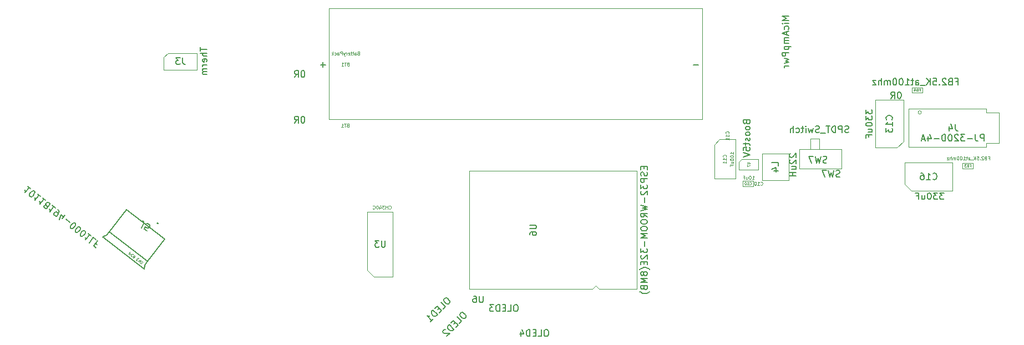
<source format=gbr>
%TF.GenerationSoftware,KiCad,Pcbnew,(6.0.5)*%
%TF.CreationDate,2023-09-14T14:32:31-07:00*%
%TF.ProjectId,Monkeys,4d6f6e6b-6579-4732-9e6b-696361645f70,3.7*%
%TF.SameCoordinates,Original*%
%TF.FileFunction,AssemblyDrawing,Bot*%
%FSLAX46Y46*%
G04 Gerber Fmt 4.6, Leading zero omitted, Abs format (unit mm)*
G04 Created by KiCad (PCBNEW (6.0.5)) date 2023-09-14 14:32:31*
%MOMM*%
%LPD*%
G01*
G04 APERTURE LIST*
%ADD10C,0.150000*%
%ADD11C,0.125000*%
%ADD12C,0.060000*%
%ADD13C,0.098425*%
%ADD14C,0.100000*%
%ADD15C,0.127000*%
%ADD16C,0.200000*%
%ADD17C,0.120000*%
G04 APERTURE END LIST*
D10*
%TO.C,JP6*%
X191282380Y-57219047D02*
X190282380Y-57219047D01*
X190996666Y-57552380D01*
X190282380Y-57885714D01*
X191282380Y-57885714D01*
X191282380Y-58361904D02*
X190615714Y-58361904D01*
X190282380Y-58361904D02*
X190330000Y-58314285D01*
X190377619Y-58361904D01*
X190330000Y-58409523D01*
X190282380Y-58361904D01*
X190377619Y-58361904D01*
X191234761Y-59266666D02*
X191282380Y-59171428D01*
X191282380Y-58980952D01*
X191234761Y-58885714D01*
X191187142Y-58838095D01*
X191091904Y-58790476D01*
X190806190Y-58790476D01*
X190710952Y-58838095D01*
X190663333Y-58885714D01*
X190615714Y-58980952D01*
X190615714Y-59171428D01*
X190663333Y-59266666D01*
X190996666Y-59647619D02*
X190996666Y-60123809D01*
X191282380Y-59552380D02*
X190282380Y-59885714D01*
X191282380Y-60219047D01*
X191282380Y-60552380D02*
X190615714Y-60552380D01*
X190710952Y-60552380D02*
X190663333Y-60600000D01*
X190615714Y-60695238D01*
X190615714Y-60838095D01*
X190663333Y-60933333D01*
X190758571Y-60980952D01*
X191282380Y-60980952D01*
X190758571Y-60980952D02*
X190663333Y-61028571D01*
X190615714Y-61123809D01*
X190615714Y-61266666D01*
X190663333Y-61361904D01*
X190758571Y-61409523D01*
X191282380Y-61409523D01*
X190615714Y-61885714D02*
X191615714Y-61885714D01*
X190663333Y-61885714D02*
X190615714Y-61980952D01*
X190615714Y-62171428D01*
X190663333Y-62266666D01*
X190710952Y-62314285D01*
X190806190Y-62361904D01*
X191091904Y-62361904D01*
X191187142Y-62314285D01*
X191234761Y-62266666D01*
X191282380Y-62171428D01*
X191282380Y-61980952D01*
X191234761Y-61885714D01*
X191282380Y-62790476D02*
X190282380Y-62790476D01*
X190282380Y-63171428D01*
X190330000Y-63266666D01*
X190377619Y-63314285D01*
X190472857Y-63361904D01*
X190615714Y-63361904D01*
X190710952Y-63314285D01*
X190758571Y-63266666D01*
X190806190Y-63171428D01*
X190806190Y-62790476D01*
X190615714Y-63695238D02*
X191282380Y-63885714D01*
X190806190Y-64076190D01*
X191282380Y-64266666D01*
X190615714Y-64457142D01*
X191282380Y-64838095D02*
X190615714Y-64838095D01*
X190806190Y-64838095D02*
X190710952Y-64885714D01*
X190663333Y-64933333D01*
X190615714Y-65028571D01*
X190615714Y-65123809D01*
D11*
%TO.C,C11*%
X182108571Y-75163571D02*
X182132380Y-75139761D01*
X182156190Y-75068333D01*
X182156190Y-75020714D01*
X182132380Y-74949285D01*
X182084761Y-74901666D01*
X182037142Y-74877857D01*
X181941904Y-74854047D01*
X181870476Y-74854047D01*
X181775238Y-74877857D01*
X181727619Y-74901666D01*
X181680000Y-74949285D01*
X181656190Y-75020714D01*
X181656190Y-75068333D01*
X181680000Y-75139761D01*
X181703809Y-75163571D01*
X182156190Y-75639761D02*
X182156190Y-75354047D01*
X182156190Y-75496904D02*
X181656190Y-75496904D01*
X181727619Y-75449285D01*
X181775238Y-75401666D01*
X181799047Y-75354047D01*
X182156190Y-76115952D02*
X182156190Y-75830238D01*
X182156190Y-75973095D02*
X181656190Y-75973095D01*
X181727619Y-75925476D01*
X181775238Y-75877857D01*
X181799047Y-75830238D01*
X182856190Y-78311190D02*
X182856190Y-78025476D01*
X182856190Y-78168333D02*
X182356190Y-78168333D01*
X182427619Y-78120714D01*
X182475238Y-78073095D01*
X182499047Y-78025476D01*
X182356190Y-78620714D02*
X182356190Y-78668333D01*
X182380000Y-78715952D01*
X182403809Y-78739761D01*
X182451428Y-78763571D01*
X182546666Y-78787380D01*
X182665714Y-78787380D01*
X182760952Y-78763571D01*
X182808571Y-78739761D01*
X182832380Y-78715952D01*
X182856190Y-78668333D01*
X182856190Y-78620714D01*
X182832380Y-78573095D01*
X182808571Y-78549285D01*
X182760952Y-78525476D01*
X182665714Y-78501666D01*
X182546666Y-78501666D01*
X182451428Y-78525476D01*
X182403809Y-78549285D01*
X182380000Y-78573095D01*
X182356190Y-78620714D01*
X182356190Y-79096904D02*
X182356190Y-79144523D01*
X182380000Y-79192142D01*
X182403809Y-79215952D01*
X182451428Y-79239761D01*
X182546666Y-79263571D01*
X182665714Y-79263571D01*
X182760952Y-79239761D01*
X182808571Y-79215952D01*
X182832380Y-79192142D01*
X182856190Y-79144523D01*
X182856190Y-79096904D01*
X182832380Y-79049285D01*
X182808571Y-79025476D01*
X182760952Y-79001666D01*
X182665714Y-78977857D01*
X182546666Y-78977857D01*
X182451428Y-79001666D01*
X182403809Y-79025476D01*
X182380000Y-79049285D01*
X182356190Y-79096904D01*
X182522857Y-79692142D02*
X182856190Y-79692142D01*
X182522857Y-79477857D02*
X182784761Y-79477857D01*
X182832380Y-79501666D01*
X182856190Y-79549285D01*
X182856190Y-79620714D01*
X182832380Y-79668333D01*
X182808571Y-79692142D01*
X182594285Y-80096904D02*
X182594285Y-79930238D01*
X182856190Y-79930238D02*
X182356190Y-79930238D01*
X182356190Y-80168333D01*
X181708571Y-78751071D02*
X181732380Y-78727261D01*
X181756190Y-78655833D01*
X181756190Y-78608214D01*
X181732380Y-78536785D01*
X181684761Y-78489166D01*
X181637142Y-78465357D01*
X181541904Y-78441547D01*
X181470476Y-78441547D01*
X181375238Y-78465357D01*
X181327619Y-78489166D01*
X181280000Y-78536785D01*
X181256190Y-78608214D01*
X181256190Y-78655833D01*
X181280000Y-78727261D01*
X181303809Y-78751071D01*
X181756190Y-79227261D02*
X181756190Y-78941547D01*
X181756190Y-79084404D02*
X181256190Y-79084404D01*
X181327619Y-79036785D01*
X181375238Y-78989166D01*
X181399047Y-78941547D01*
X181756190Y-79703452D02*
X181756190Y-79417738D01*
X181756190Y-79560595D02*
X181256190Y-79560595D01*
X181327619Y-79512976D01*
X181375238Y-79465357D01*
X181399047Y-79417738D01*
D10*
%TO.C,U6*%
X144651904Y-99962380D02*
X144651904Y-100771904D01*
X144604285Y-100867142D01*
X144556666Y-100914761D01*
X144461428Y-100962380D01*
X144270952Y-100962380D01*
X144175714Y-100914761D01*
X144128095Y-100867142D01*
X144080476Y-100771904D01*
X144080476Y-99962380D01*
X143175714Y-99962380D02*
X143366190Y-99962380D01*
X143461428Y-100010000D01*
X143509047Y-100057619D01*
X143604285Y-100200476D01*
X143651904Y-100390952D01*
X143651904Y-100771904D01*
X143604285Y-100867142D01*
X143556666Y-100914761D01*
X143461428Y-100962380D01*
X143270952Y-100962380D01*
X143175714Y-100914761D01*
X143128095Y-100867142D01*
X143080476Y-100771904D01*
X143080476Y-100533809D01*
X143128095Y-100438571D01*
X143175714Y-100390952D01*
X143270952Y-100343333D01*
X143461428Y-100343333D01*
X143556666Y-100390952D01*
X143604285Y-100438571D01*
X143651904Y-100533809D01*
X169178571Y-80209523D02*
X169178571Y-80542857D01*
X169702380Y-80685714D02*
X169702380Y-80209523D01*
X168702380Y-80209523D01*
X168702380Y-80685714D01*
X169654761Y-81066666D02*
X169702380Y-81209523D01*
X169702380Y-81447619D01*
X169654761Y-81542857D01*
X169607142Y-81590476D01*
X169511904Y-81638095D01*
X169416666Y-81638095D01*
X169321428Y-81590476D01*
X169273809Y-81542857D01*
X169226190Y-81447619D01*
X169178571Y-81257142D01*
X169130952Y-81161904D01*
X169083333Y-81114285D01*
X168988095Y-81066666D01*
X168892857Y-81066666D01*
X168797619Y-81114285D01*
X168750000Y-81161904D01*
X168702380Y-81257142D01*
X168702380Y-81495238D01*
X168750000Y-81638095D01*
X169702380Y-82066666D02*
X168702380Y-82066666D01*
X168702380Y-82447619D01*
X168750000Y-82542857D01*
X168797619Y-82590476D01*
X168892857Y-82638095D01*
X169035714Y-82638095D01*
X169130952Y-82590476D01*
X169178571Y-82542857D01*
X169226190Y-82447619D01*
X169226190Y-82066666D01*
X168702380Y-82971428D02*
X168702380Y-83590476D01*
X169083333Y-83257142D01*
X169083333Y-83400000D01*
X169130952Y-83495238D01*
X169178571Y-83542857D01*
X169273809Y-83590476D01*
X169511904Y-83590476D01*
X169607142Y-83542857D01*
X169654761Y-83495238D01*
X169702380Y-83400000D01*
X169702380Y-83114285D01*
X169654761Y-83019047D01*
X169607142Y-82971428D01*
X168797619Y-83971428D02*
X168750000Y-84019047D01*
X168702380Y-84114285D01*
X168702380Y-84352380D01*
X168750000Y-84447619D01*
X168797619Y-84495238D01*
X168892857Y-84542857D01*
X168988095Y-84542857D01*
X169130952Y-84495238D01*
X169702380Y-83923809D01*
X169702380Y-84542857D01*
X169321428Y-84971428D02*
X169321428Y-85733333D01*
X168702380Y-86114285D02*
X169702380Y-86352380D01*
X168988095Y-86542857D01*
X169702380Y-86733333D01*
X168702380Y-86971428D01*
X169702380Y-87923809D02*
X169226190Y-87590476D01*
X169702380Y-87352380D02*
X168702380Y-87352380D01*
X168702380Y-87733333D01*
X168750000Y-87828571D01*
X168797619Y-87876190D01*
X168892857Y-87923809D01*
X169035714Y-87923809D01*
X169130952Y-87876190D01*
X169178571Y-87828571D01*
X169226190Y-87733333D01*
X169226190Y-87352380D01*
X168702380Y-88542857D02*
X168702380Y-88733333D01*
X168750000Y-88828571D01*
X168845238Y-88923809D01*
X169035714Y-88971428D01*
X169369047Y-88971428D01*
X169559523Y-88923809D01*
X169654761Y-88828571D01*
X169702380Y-88733333D01*
X169702380Y-88542857D01*
X169654761Y-88447619D01*
X169559523Y-88352380D01*
X169369047Y-88304761D01*
X169035714Y-88304761D01*
X168845238Y-88352380D01*
X168750000Y-88447619D01*
X168702380Y-88542857D01*
X168702380Y-89590476D02*
X168702380Y-89780952D01*
X168750000Y-89876190D01*
X168845238Y-89971428D01*
X169035714Y-90019047D01*
X169369047Y-90019047D01*
X169559523Y-89971428D01*
X169654761Y-89876190D01*
X169702380Y-89780952D01*
X169702380Y-89590476D01*
X169654761Y-89495238D01*
X169559523Y-89400000D01*
X169369047Y-89352380D01*
X169035714Y-89352380D01*
X168845238Y-89400000D01*
X168750000Y-89495238D01*
X168702380Y-89590476D01*
X169702380Y-90447619D02*
X168702380Y-90447619D01*
X169416666Y-90780952D01*
X168702380Y-91114285D01*
X169702380Y-91114285D01*
X169321428Y-91590476D02*
X169321428Y-92352380D01*
X168702380Y-92733333D02*
X168702380Y-93352380D01*
X169083333Y-93019047D01*
X169083333Y-93161904D01*
X169130952Y-93257142D01*
X169178571Y-93304761D01*
X169273809Y-93352380D01*
X169511904Y-93352380D01*
X169607142Y-93304761D01*
X169654761Y-93257142D01*
X169702380Y-93161904D01*
X169702380Y-92876190D01*
X169654761Y-92780952D01*
X169607142Y-92733333D01*
X168797619Y-93733333D02*
X168750000Y-93780952D01*
X168702380Y-93876190D01*
X168702380Y-94114285D01*
X168750000Y-94209523D01*
X168797619Y-94257142D01*
X168892857Y-94304761D01*
X168988095Y-94304761D01*
X169130952Y-94257142D01*
X169702380Y-93685714D01*
X169702380Y-94304761D01*
X169178571Y-94733333D02*
X169178571Y-95066666D01*
X169702380Y-95209523D02*
X169702380Y-94733333D01*
X168702380Y-94733333D01*
X168702380Y-95209523D01*
X170083333Y-95923809D02*
X170035714Y-95876190D01*
X169892857Y-95780952D01*
X169797619Y-95733333D01*
X169654761Y-95685714D01*
X169416666Y-95638095D01*
X169226190Y-95638095D01*
X168988095Y-95685714D01*
X168845238Y-95733333D01*
X168750000Y-95780952D01*
X168607142Y-95876190D01*
X168559523Y-95923809D01*
X169130952Y-96447619D02*
X169083333Y-96352380D01*
X169035714Y-96304761D01*
X168940476Y-96257142D01*
X168892857Y-96257142D01*
X168797619Y-96304761D01*
X168750000Y-96352380D01*
X168702380Y-96447619D01*
X168702380Y-96638095D01*
X168750000Y-96733333D01*
X168797619Y-96780952D01*
X168892857Y-96828571D01*
X168940476Y-96828571D01*
X169035714Y-96780952D01*
X169083333Y-96733333D01*
X169130952Y-96638095D01*
X169130952Y-96447619D01*
X169178571Y-96352380D01*
X169226190Y-96304761D01*
X169321428Y-96257142D01*
X169511904Y-96257142D01*
X169607142Y-96304761D01*
X169654761Y-96352380D01*
X169702380Y-96447619D01*
X169702380Y-96638095D01*
X169654761Y-96733333D01*
X169607142Y-96780952D01*
X169511904Y-96828571D01*
X169321428Y-96828571D01*
X169226190Y-96780952D01*
X169178571Y-96733333D01*
X169130952Y-96638095D01*
X169702380Y-97257142D02*
X168702380Y-97257142D01*
X169416666Y-97590476D01*
X168702380Y-97923809D01*
X169702380Y-97923809D01*
X169178571Y-98733333D02*
X169226190Y-98876190D01*
X169273809Y-98923809D01*
X169369047Y-98971428D01*
X169511904Y-98971428D01*
X169607142Y-98923809D01*
X169654761Y-98876190D01*
X169702380Y-98780952D01*
X169702380Y-98400000D01*
X168702380Y-98400000D01*
X168702380Y-98733333D01*
X168750000Y-98828571D01*
X168797619Y-98876190D01*
X168892857Y-98923809D01*
X168988095Y-98923809D01*
X169083333Y-98876190D01*
X169130952Y-98828571D01*
X169178571Y-98733333D01*
X169178571Y-98400000D01*
X170083333Y-99304761D02*
X170035714Y-99352380D01*
X169892857Y-99447619D01*
X169797619Y-99495238D01*
X169654761Y-99542857D01*
X169416666Y-99590476D01*
X169226190Y-99590476D01*
X168988095Y-99542857D01*
X168845238Y-99495238D01*
X168750000Y-99447619D01*
X168607142Y-99352380D01*
X168559523Y-99304761D01*
X151772380Y-89138095D02*
X152581904Y-89138095D01*
X152677142Y-89185714D01*
X152724761Y-89233333D01*
X152772380Y-89328571D01*
X152772380Y-89519047D01*
X152724761Y-89614285D01*
X152677142Y-89661904D01*
X152581904Y-89709523D01*
X151772380Y-89709523D01*
X151772380Y-90614285D02*
X151772380Y-90423809D01*
X151820000Y-90328571D01*
X151867619Y-90280952D01*
X152010476Y-90185714D01*
X152200952Y-90138095D01*
X152581904Y-90138095D01*
X152677142Y-90185714D01*
X152724761Y-90233333D01*
X152772380Y-90328571D01*
X152772380Y-90519047D01*
X152724761Y-90614285D01*
X152677142Y-90661904D01*
X152581904Y-90709523D01*
X152343809Y-90709523D01*
X152248571Y-90661904D01*
X152200952Y-90614285D01*
X152153333Y-90519047D01*
X152153333Y-90328571D01*
X152200952Y-90233333D01*
X152248571Y-90185714D01*
X152343809Y-90138095D01*
%TO.C,U7*%
X184838571Y-73441428D02*
X184886190Y-73584285D01*
X184933809Y-73631904D01*
X185029047Y-73679523D01*
X185171904Y-73679523D01*
X185267142Y-73631904D01*
X185314761Y-73584285D01*
X185362380Y-73489047D01*
X185362380Y-73108095D01*
X184362380Y-73108095D01*
X184362380Y-73441428D01*
X184410000Y-73536666D01*
X184457619Y-73584285D01*
X184552857Y-73631904D01*
X184648095Y-73631904D01*
X184743333Y-73584285D01*
X184790952Y-73536666D01*
X184838571Y-73441428D01*
X184838571Y-73108095D01*
X185362380Y-74250952D02*
X185314761Y-74155714D01*
X185267142Y-74108095D01*
X185171904Y-74060476D01*
X184886190Y-74060476D01*
X184790952Y-74108095D01*
X184743333Y-74155714D01*
X184695714Y-74250952D01*
X184695714Y-74393809D01*
X184743333Y-74489047D01*
X184790952Y-74536666D01*
X184886190Y-74584285D01*
X185171904Y-74584285D01*
X185267142Y-74536666D01*
X185314761Y-74489047D01*
X185362380Y-74393809D01*
X185362380Y-74250952D01*
X185362380Y-75155714D02*
X185314761Y-75060476D01*
X185267142Y-75012857D01*
X185171904Y-74965238D01*
X184886190Y-74965238D01*
X184790952Y-75012857D01*
X184743333Y-75060476D01*
X184695714Y-75155714D01*
X184695714Y-75298571D01*
X184743333Y-75393809D01*
X184790952Y-75441428D01*
X184886190Y-75489047D01*
X185171904Y-75489047D01*
X185267142Y-75441428D01*
X185314761Y-75393809D01*
X185362380Y-75298571D01*
X185362380Y-75155714D01*
X185314761Y-75870000D02*
X185362380Y-75965238D01*
X185362380Y-76155714D01*
X185314761Y-76250952D01*
X185219523Y-76298571D01*
X185171904Y-76298571D01*
X185076666Y-76250952D01*
X185029047Y-76155714D01*
X185029047Y-76012857D01*
X184981428Y-75917619D01*
X184886190Y-75870000D01*
X184838571Y-75870000D01*
X184743333Y-75917619D01*
X184695714Y-76012857D01*
X184695714Y-76155714D01*
X184743333Y-76250952D01*
X184695714Y-76584285D02*
X184695714Y-76965238D01*
X184362380Y-76727142D02*
X185219523Y-76727142D01*
X185314761Y-76774761D01*
X185362380Y-76870000D01*
X185362380Y-76965238D01*
X184362380Y-77774761D02*
X184362380Y-77298571D01*
X184838571Y-77250952D01*
X184790952Y-77298571D01*
X184743333Y-77393809D01*
X184743333Y-77631904D01*
X184790952Y-77727142D01*
X184838571Y-77774761D01*
X184933809Y-77822380D01*
X185171904Y-77822380D01*
X185267142Y-77774761D01*
X185314761Y-77727142D01*
X185362380Y-77631904D01*
X185362380Y-77393809D01*
X185314761Y-77298571D01*
X185267142Y-77250952D01*
X184362380Y-78108095D02*
X185362380Y-78441428D01*
X184362380Y-78774761D01*
D12*
X184940952Y-79572738D02*
X185264761Y-79572738D01*
X185302857Y-79591785D01*
X185321904Y-79610833D01*
X185340952Y-79648928D01*
X185340952Y-79725119D01*
X185321904Y-79763214D01*
X185302857Y-79782261D01*
X185264761Y-79801309D01*
X184940952Y-79801309D01*
X184940952Y-79953690D02*
X184940952Y-80220357D01*
X185340952Y-80048928D01*
D10*
%TO.C,JP13*%
X141276480Y-102519068D02*
X141141793Y-102653755D01*
X141108122Y-102754771D01*
X141108122Y-102889458D01*
X141209137Y-103057816D01*
X141444839Y-103293519D01*
X141613198Y-103394534D01*
X141747885Y-103394534D01*
X141848900Y-103360862D01*
X141983587Y-103226175D01*
X142017259Y-103125160D01*
X142017259Y-102990473D01*
X141916244Y-102822114D01*
X141680541Y-102586412D01*
X141512183Y-102485397D01*
X141377496Y-102485397D01*
X141276480Y-102519068D01*
X141040778Y-104168984D02*
X141377496Y-103832267D01*
X140670389Y-103125160D01*
X140434687Y-104034297D02*
X140198984Y-104270000D01*
X140468358Y-104741404D02*
X140805076Y-104404687D01*
X140097969Y-103697580D01*
X139761251Y-104034297D01*
X140165312Y-105044450D02*
X139458206Y-104337343D01*
X139289847Y-104505702D01*
X139222503Y-104640389D01*
X139222503Y-104775076D01*
X139256175Y-104876091D01*
X139357190Y-105044450D01*
X139458206Y-105145465D01*
X139626564Y-105246480D01*
X139727580Y-105280152D01*
X139862267Y-105280152D01*
X139996954Y-105212809D01*
X140165312Y-105044450D01*
X138852114Y-105078122D02*
X138784771Y-105078122D01*
X138683755Y-105111793D01*
X138515397Y-105280152D01*
X138481725Y-105381167D01*
X138481725Y-105448511D01*
X138515397Y-105549526D01*
X138582740Y-105616870D01*
X138717427Y-105684213D01*
X139525549Y-105684213D01*
X139087816Y-106121946D01*
%TO.C,R35*%
X117177619Y-72552380D02*
X117082380Y-72552380D01*
X116987142Y-72600000D01*
X116939523Y-72647619D01*
X116891904Y-72742857D01*
X116844285Y-72933333D01*
X116844285Y-73171428D01*
X116891904Y-73361904D01*
X116939523Y-73457142D01*
X116987142Y-73504761D01*
X117082380Y-73552380D01*
X117177619Y-73552380D01*
X117272857Y-73504761D01*
X117320476Y-73457142D01*
X117368095Y-73361904D01*
X117415714Y-73171428D01*
X117415714Y-72933333D01*
X117368095Y-72742857D01*
X117320476Y-72647619D01*
X117272857Y-72600000D01*
X117177619Y-72552380D01*
X115844285Y-73552380D02*
X116177619Y-73076190D01*
X116415714Y-73552380D02*
X116415714Y-72552380D01*
X116034761Y-72552380D01*
X115939523Y-72600000D01*
X115891904Y-72647619D01*
X115844285Y-72742857D01*
X115844285Y-72885714D01*
X115891904Y-72980952D01*
X115939523Y-73028571D01*
X116034761Y-73076190D01*
X116415714Y-73076190D01*
%TO.C,J5*%
X92488067Y-89547339D02*
X92823723Y-88916061D01*
X92848769Y-88767428D01*
X92809353Y-88638503D01*
X92705474Y-88529287D01*
X92621304Y-88484533D01*
X93329770Y-89994880D02*
X92908918Y-89771109D01*
X93090604Y-89327880D01*
X93110312Y-89392343D01*
X93172106Y-89479182D01*
X93382532Y-89591068D01*
X93489079Y-89593737D01*
X93553541Y-89574029D01*
X93640381Y-89512235D01*
X93752266Y-89301809D01*
X93754935Y-89195262D01*
X93735227Y-89130799D01*
X93673434Y-89043960D01*
X93463008Y-88932075D01*
X93356460Y-88929406D01*
X93291998Y-88949114D01*
X75589776Y-83568995D02*
X75139321Y-83217061D01*
X75364548Y-83393028D02*
X74748664Y-84181324D01*
X74761571Y-84010054D01*
X74745151Y-83876323D01*
X74699403Y-83780129D01*
X75461884Y-84738553D02*
X75536960Y-84797208D01*
X75641363Y-84818326D01*
X75708229Y-84810116D01*
X75804423Y-84764368D01*
X75959272Y-84643544D01*
X76105911Y-84455855D01*
X76185684Y-84276375D01*
X76206802Y-84171971D01*
X76198592Y-84105106D01*
X76152844Y-84008912D01*
X76077768Y-83950257D01*
X75973365Y-83929139D01*
X75906499Y-83937349D01*
X75810305Y-83983097D01*
X75655456Y-84103921D01*
X75508817Y-84291610D01*
X75429044Y-84471090D01*
X75407926Y-84575493D01*
X75416136Y-84642359D01*
X75461884Y-84738553D01*
X77091292Y-84742108D02*
X76640837Y-84390174D01*
X76866064Y-84566141D02*
X76250180Y-85354437D01*
X76263088Y-85183168D01*
X76246668Y-85049436D01*
X76200920Y-84953243D01*
X77842050Y-85328664D02*
X77391595Y-84976730D01*
X77616822Y-85152697D02*
X77000938Y-85940993D01*
X77013846Y-85769724D01*
X76997426Y-85635993D01*
X76951678Y-85539799D01*
X77940571Y-86131053D02*
X77836167Y-86109935D01*
X77769301Y-86118145D01*
X77673108Y-86163893D01*
X77643780Y-86201431D01*
X77622662Y-86305835D01*
X77630872Y-86372701D01*
X77676620Y-86468894D01*
X77826772Y-86586206D01*
X77931176Y-86607323D01*
X77998041Y-86599113D01*
X78094235Y-86553365D01*
X78123563Y-86515827D01*
X78144681Y-86411424D01*
X78136470Y-86344558D01*
X78090722Y-86248364D01*
X77940571Y-86131053D01*
X77894823Y-86034860D01*
X77886613Y-85967994D01*
X77907731Y-85863590D01*
X78025042Y-85713439D01*
X78121235Y-85667691D01*
X78188101Y-85659481D01*
X78292505Y-85680598D01*
X78442656Y-85797910D01*
X78488404Y-85894103D01*
X78496614Y-85960969D01*
X78475497Y-86065373D01*
X78358185Y-86215524D01*
X78261992Y-86261272D01*
X78195126Y-86269482D01*
X78090722Y-86248364D01*
X79343566Y-86501777D02*
X78893111Y-86149843D01*
X79118339Y-86325810D02*
X78502454Y-87114106D01*
X78515362Y-86942837D01*
X78498942Y-86809106D01*
X78453194Y-86712912D01*
X79718945Y-86795056D02*
X79869097Y-86912367D01*
X79914845Y-87008561D01*
X79923055Y-87075426D01*
X79910147Y-87246696D01*
X79830374Y-87426175D01*
X79595751Y-87726478D01*
X79499558Y-87772226D01*
X79432692Y-87780436D01*
X79328288Y-87759319D01*
X79178137Y-87642007D01*
X79132389Y-87545814D01*
X79124179Y-87478948D01*
X79145296Y-87374544D01*
X79291935Y-87186855D01*
X79388129Y-87141107D01*
X79454995Y-87132897D01*
X79559398Y-87154015D01*
X79709550Y-87271326D01*
X79755298Y-87367519D01*
X79763508Y-87434385D01*
X79742390Y-87538789D01*
X80359417Y-88141765D02*
X80770007Y-87616235D01*
X79937105Y-88295430D02*
X80189333Y-87585722D01*
X80677325Y-87966984D01*
X80948301Y-88239144D02*
X81548907Y-88708389D01*
X81693176Y-89606972D02*
X81768252Y-89665627D01*
X81872656Y-89686745D01*
X81939521Y-89678535D01*
X82035715Y-89632787D01*
X82190564Y-89511963D01*
X82337203Y-89324274D01*
X82416977Y-89144794D01*
X82438095Y-89040391D01*
X82429884Y-88973525D01*
X82384136Y-88877331D01*
X82309061Y-88818676D01*
X82204657Y-88797558D01*
X82137791Y-88805768D01*
X82041598Y-88851516D01*
X81886749Y-88972340D01*
X81740109Y-89160029D01*
X81660336Y-89339509D01*
X81639218Y-89443912D01*
X81647428Y-89510778D01*
X81693176Y-89606972D01*
X82443934Y-90193528D02*
X82519010Y-90252184D01*
X82623414Y-90273302D01*
X82690280Y-90265092D01*
X82786473Y-90219344D01*
X82941322Y-90098520D01*
X83087961Y-89910830D01*
X83167735Y-89731351D01*
X83188853Y-89626947D01*
X83180643Y-89560081D01*
X83134895Y-89463888D01*
X83059819Y-89405232D01*
X82955415Y-89384114D01*
X82888549Y-89392325D01*
X82792356Y-89438072D01*
X82637507Y-89558896D01*
X82490867Y-89746586D01*
X82411094Y-89926065D01*
X82389976Y-90030469D01*
X82398186Y-90097335D01*
X82443934Y-90193528D01*
X83194693Y-90780085D02*
X83269768Y-90838740D01*
X83374172Y-90859858D01*
X83441038Y-90851648D01*
X83537231Y-90805900D01*
X83692080Y-90685076D01*
X83838720Y-90497387D01*
X83918493Y-90317907D01*
X83939611Y-90213504D01*
X83931401Y-90146638D01*
X83885653Y-90050444D01*
X83810577Y-89991789D01*
X83706173Y-89970671D01*
X83639307Y-89978881D01*
X83543114Y-90024629D01*
X83388265Y-90145453D01*
X83241626Y-90333142D01*
X83161852Y-90512622D01*
X83140734Y-90617025D01*
X83148945Y-90683891D01*
X83194693Y-90780085D01*
X84824100Y-90783640D02*
X84373645Y-90431706D01*
X84598873Y-90607673D02*
X83982989Y-91395969D01*
X83995896Y-91224700D01*
X83979476Y-91090968D01*
X83933728Y-90994775D01*
X85537321Y-91340869D02*
X85161941Y-91047590D01*
X84546057Y-91835886D01*
X85740245Y-92164375D02*
X85477480Y-91959080D01*
X85800086Y-91546163D02*
X85184201Y-92334459D01*
X85559581Y-92627738D01*
D13*
X90753468Y-93245782D02*
X90511082Y-93556023D01*
X90629269Y-93648361D01*
X90670358Y-93656672D01*
X90696673Y-93653441D01*
X90734531Y-93635436D01*
X90769158Y-93591116D01*
X90777469Y-93550027D01*
X90774238Y-93523712D01*
X90756233Y-93485854D01*
X90638046Y-93393516D01*
X91217905Y-93656222D02*
X91214674Y-93629907D01*
X91181896Y-93580507D01*
X91152349Y-93557422D01*
X91096487Y-93537569D01*
X91043856Y-93544031D01*
X91005998Y-93562036D01*
X90945056Y-93609587D01*
X90910429Y-93653907D01*
X90879033Y-93724543D01*
X90870722Y-93765632D01*
X90877185Y-93818263D01*
X90909963Y-93867663D01*
X90939509Y-93890747D01*
X90995372Y-93910601D01*
X91021687Y-93907369D01*
X91350399Y-93973858D02*
X91406261Y-93993711D01*
X91432577Y-93990480D01*
X91470434Y-93972476D01*
X91505061Y-93928156D01*
X91513372Y-93887067D01*
X91510141Y-93860751D01*
X91492136Y-93822893D01*
X91373950Y-93730555D01*
X91131563Y-94040796D01*
X91234977Y-94121592D01*
X91276065Y-94129903D01*
X91302381Y-94126672D01*
X91340239Y-94108667D01*
X91363323Y-94079120D01*
X91371634Y-94038031D01*
X91368403Y-94011716D01*
X91350399Y-93973858D01*
X91246985Y-93893062D01*
X91793600Y-94320124D02*
X91897013Y-94400920D01*
X92068298Y-94273040D02*
X91920564Y-94157617D01*
X91678177Y-94467858D01*
X91825911Y-94583280D01*
X92201258Y-94376920D02*
X91958871Y-94687160D01*
X92378538Y-94515426D01*
X92136152Y-94825667D01*
X92526272Y-94630848D02*
X92283885Y-94941089D01*
X92357752Y-94998800D01*
X92413614Y-95018653D01*
X92466246Y-95012191D01*
X92504103Y-94994187D01*
X92565046Y-94946635D01*
X92599672Y-94902315D01*
X92631068Y-94831680D01*
X92639379Y-94790591D01*
X92632917Y-94737959D01*
X92600139Y-94688559D01*
X92526272Y-94630848D01*
D10*
%TO.C,JP12*%
X138796480Y-100309068D02*
X138661793Y-100443755D01*
X138628122Y-100544771D01*
X138628122Y-100679458D01*
X138729137Y-100847816D01*
X138964839Y-101083519D01*
X139133198Y-101184534D01*
X139267885Y-101184534D01*
X139368900Y-101150862D01*
X139503587Y-101016175D01*
X139537259Y-100915160D01*
X139537259Y-100780473D01*
X139436244Y-100612114D01*
X139200541Y-100376412D01*
X139032183Y-100275397D01*
X138897496Y-100275397D01*
X138796480Y-100309068D01*
X138560778Y-101958984D02*
X138897496Y-101622267D01*
X138190389Y-100915160D01*
X137954687Y-101824297D02*
X137718984Y-102060000D01*
X137988358Y-102531404D02*
X138325076Y-102194687D01*
X137617969Y-101487580D01*
X137281251Y-101824297D01*
X137685312Y-102834450D02*
X136978206Y-102127343D01*
X136809847Y-102295702D01*
X136742503Y-102430389D01*
X136742503Y-102565076D01*
X136776175Y-102666091D01*
X136877190Y-102834450D01*
X136978206Y-102935465D01*
X137146564Y-103036480D01*
X137247580Y-103070152D01*
X137382267Y-103070152D01*
X137516954Y-103002809D01*
X137685312Y-102834450D01*
X136607816Y-103911946D02*
X137011877Y-103507885D01*
X136809847Y-103709915D02*
X136102740Y-103002809D01*
X136271099Y-103036480D01*
X136405786Y-103036480D01*
X136506801Y-103002809D01*
%TO.C,C13*%
X203032380Y-71525833D02*
X203032380Y-72144880D01*
X203413333Y-71811547D01*
X203413333Y-71954404D01*
X203460952Y-72049642D01*
X203508571Y-72097261D01*
X203603809Y-72144880D01*
X203841904Y-72144880D01*
X203937142Y-72097261D01*
X203984761Y-72049642D01*
X204032380Y-71954404D01*
X204032380Y-71668690D01*
X203984761Y-71573452D01*
X203937142Y-71525833D01*
X203032380Y-72478214D02*
X203032380Y-73097261D01*
X203413333Y-72763928D01*
X203413333Y-72906785D01*
X203460952Y-73002023D01*
X203508571Y-73049642D01*
X203603809Y-73097261D01*
X203841904Y-73097261D01*
X203937142Y-73049642D01*
X203984761Y-73002023D01*
X204032380Y-72906785D01*
X204032380Y-72621071D01*
X203984761Y-72525833D01*
X203937142Y-72478214D01*
X203032380Y-73716309D02*
X203032380Y-73811547D01*
X203080000Y-73906785D01*
X203127619Y-73954404D01*
X203222857Y-74002023D01*
X203413333Y-74049642D01*
X203651428Y-74049642D01*
X203841904Y-74002023D01*
X203937142Y-73954404D01*
X203984761Y-73906785D01*
X204032380Y-73811547D01*
X204032380Y-73716309D01*
X203984761Y-73621071D01*
X203937142Y-73573452D01*
X203841904Y-73525833D01*
X203651428Y-73478214D01*
X203413333Y-73478214D01*
X203222857Y-73525833D01*
X203127619Y-73573452D01*
X203080000Y-73621071D01*
X203032380Y-73716309D01*
X203365714Y-74906785D02*
X204032380Y-74906785D01*
X203365714Y-74478214D02*
X203889523Y-74478214D01*
X203984761Y-74525833D01*
X204032380Y-74621071D01*
X204032380Y-74763928D01*
X203984761Y-74859166D01*
X203937142Y-74906785D01*
X203508571Y-75716309D02*
X203508571Y-75382976D01*
X204032380Y-75382976D02*
X203032380Y-75382976D01*
X203032380Y-75859166D01*
X207037142Y-73049642D02*
X207084761Y-73002023D01*
X207132380Y-72859166D01*
X207132380Y-72763928D01*
X207084761Y-72621071D01*
X206989523Y-72525833D01*
X206894285Y-72478214D01*
X206703809Y-72430595D01*
X206560952Y-72430595D01*
X206370476Y-72478214D01*
X206275238Y-72525833D01*
X206180000Y-72621071D01*
X206132380Y-72763928D01*
X206132380Y-72859166D01*
X206180000Y-73002023D01*
X206227619Y-73049642D01*
X207132380Y-74002023D02*
X207132380Y-73430595D01*
X207132380Y-73716309D02*
X206132380Y-73716309D01*
X206275238Y-73621071D01*
X206370476Y-73525833D01*
X206418095Y-73430595D01*
X206132380Y-74335357D02*
X206132380Y-74954404D01*
X206513333Y-74621071D01*
X206513333Y-74763928D01*
X206560952Y-74859166D01*
X206608571Y-74906785D01*
X206703809Y-74954404D01*
X206941904Y-74954404D01*
X207037142Y-74906785D01*
X207084761Y-74859166D01*
X207132380Y-74763928D01*
X207132380Y-74478214D01*
X207084761Y-74382976D01*
X207037142Y-74335357D01*
D11*
%TO.C,U3*%
X130271428Y-86618571D02*
X130295238Y-86642380D01*
X130366666Y-86666190D01*
X130414285Y-86666190D01*
X130485714Y-86642380D01*
X130533333Y-86594761D01*
X130557142Y-86547142D01*
X130580952Y-86451904D01*
X130580952Y-86380476D01*
X130557142Y-86285238D01*
X130533333Y-86237619D01*
X130485714Y-86190000D01*
X130414285Y-86166190D01*
X130366666Y-86166190D01*
X130295238Y-86190000D01*
X130271428Y-86213809D01*
X130057142Y-86666190D02*
X130057142Y-86166190D01*
X130057142Y-86404285D02*
X129771428Y-86404285D01*
X129771428Y-86666190D02*
X129771428Y-86166190D01*
X129580952Y-86166190D02*
X129271428Y-86166190D01*
X129438095Y-86356666D01*
X129366666Y-86356666D01*
X129319047Y-86380476D01*
X129295238Y-86404285D01*
X129271428Y-86451904D01*
X129271428Y-86570952D01*
X129295238Y-86618571D01*
X129319047Y-86642380D01*
X129366666Y-86666190D01*
X129509523Y-86666190D01*
X129557142Y-86642380D01*
X129580952Y-86618571D01*
X128842857Y-86332857D02*
X128842857Y-86666190D01*
X128961904Y-86142380D02*
X129080952Y-86499523D01*
X128771428Y-86499523D01*
X128485714Y-86166190D02*
X128438095Y-86166190D01*
X128390476Y-86190000D01*
X128366666Y-86213809D01*
X128342857Y-86261428D01*
X128319047Y-86356666D01*
X128319047Y-86475714D01*
X128342857Y-86570952D01*
X128366666Y-86618571D01*
X128390476Y-86642380D01*
X128438095Y-86666190D01*
X128485714Y-86666190D01*
X128533333Y-86642380D01*
X128557142Y-86618571D01*
X128580952Y-86570952D01*
X128604761Y-86475714D01*
X128604761Y-86356666D01*
X128580952Y-86261428D01*
X128557142Y-86213809D01*
X128533333Y-86190000D01*
X128485714Y-86166190D01*
X127819047Y-86618571D02*
X127842857Y-86642380D01*
X127914285Y-86666190D01*
X127961904Y-86666190D01*
X128033333Y-86642380D01*
X128080952Y-86594761D01*
X128104761Y-86547142D01*
X128128571Y-86451904D01*
X128128571Y-86380476D01*
X128104761Y-86285238D01*
X128080952Y-86237619D01*
X128033333Y-86190000D01*
X127961904Y-86166190D01*
X127914285Y-86166190D01*
X127842857Y-86190000D01*
X127819047Y-86213809D01*
D10*
X129681666Y-91528333D02*
X129681666Y-92321666D01*
X129635000Y-92415000D01*
X129588333Y-92461666D01*
X129495000Y-92508333D01*
X129308333Y-92508333D01*
X129215000Y-92461666D01*
X129168333Y-92415000D01*
X129121666Y-92321666D01*
X129121666Y-91528333D01*
X128748333Y-91528333D02*
X128141666Y-91528333D01*
X128468333Y-91901666D01*
X128328333Y-91901666D01*
X128235000Y-91948333D01*
X128188333Y-91995000D01*
X128141666Y-92088333D01*
X128141666Y-92321666D01*
X128188333Y-92415000D01*
X128235000Y-92461666D01*
X128328333Y-92508333D01*
X128608333Y-92508333D01*
X128701666Y-92461666D01*
X128748333Y-92415000D01*
D11*
%TO.C,BT1*%
X123967071Y-73924285D02*
X123895642Y-73948095D01*
X123871833Y-73971904D01*
X123848023Y-74019523D01*
X123848023Y-74090952D01*
X123871833Y-74138571D01*
X123895642Y-74162380D01*
X123943261Y-74186190D01*
X124133737Y-74186190D01*
X124133737Y-73686190D01*
X123967071Y-73686190D01*
X123919452Y-73710000D01*
X123895642Y-73733809D01*
X123871833Y-73781428D01*
X123871833Y-73829047D01*
X123895642Y-73876666D01*
X123919452Y-73900476D01*
X123967071Y-73924285D01*
X124133737Y-73924285D01*
X123705166Y-73686190D02*
X123419452Y-73686190D01*
X123562309Y-74186190D02*
X123562309Y-73686190D01*
X122990880Y-74186190D02*
X123276594Y-74186190D01*
X123133737Y-74186190D02*
X123133737Y-73686190D01*
X123181356Y-73757619D01*
X123228975Y-73805238D01*
X123276594Y-73829047D01*
X125589185Y-62904285D02*
X125517756Y-62928095D01*
X125493947Y-62951904D01*
X125470137Y-62999523D01*
X125470137Y-63070952D01*
X125493947Y-63118571D01*
X125517756Y-63142380D01*
X125565375Y-63166190D01*
X125755852Y-63166190D01*
X125755852Y-62666190D01*
X125589185Y-62666190D01*
X125541566Y-62690000D01*
X125517756Y-62713809D01*
X125493947Y-62761428D01*
X125493947Y-62809047D01*
X125517756Y-62856666D01*
X125541566Y-62880476D01*
X125589185Y-62904285D01*
X125755852Y-62904285D01*
X125041566Y-63166190D02*
X125041566Y-62904285D01*
X125065375Y-62856666D01*
X125112994Y-62832857D01*
X125208233Y-62832857D01*
X125255852Y-62856666D01*
X125041566Y-63142380D02*
X125089185Y-63166190D01*
X125208233Y-63166190D01*
X125255852Y-63142380D01*
X125279661Y-63094761D01*
X125279661Y-63047142D01*
X125255852Y-62999523D01*
X125208233Y-62975714D01*
X125089185Y-62975714D01*
X125041566Y-62951904D01*
X124874899Y-62832857D02*
X124684423Y-62832857D01*
X124803471Y-62666190D02*
X124803471Y-63094761D01*
X124779661Y-63142380D01*
X124732042Y-63166190D01*
X124684423Y-63166190D01*
X124589185Y-62832857D02*
X124398709Y-62832857D01*
X124517756Y-62666190D02*
X124517756Y-63094761D01*
X124493947Y-63142380D01*
X124446328Y-63166190D01*
X124398709Y-63166190D01*
X124041566Y-63142380D02*
X124089185Y-63166190D01*
X124184423Y-63166190D01*
X124232042Y-63142380D01*
X124255852Y-63094761D01*
X124255852Y-62904285D01*
X124232042Y-62856666D01*
X124184423Y-62832857D01*
X124089185Y-62832857D01*
X124041566Y-62856666D01*
X124017756Y-62904285D01*
X124017756Y-62951904D01*
X124255852Y-62999523D01*
X123803471Y-63166190D02*
X123803471Y-62832857D01*
X123803471Y-62928095D02*
X123779661Y-62880476D01*
X123755852Y-62856666D01*
X123708233Y-62832857D01*
X123660614Y-62832857D01*
X123541566Y-62832857D02*
X123422518Y-63166190D01*
X123303471Y-62832857D02*
X123422518Y-63166190D01*
X123470137Y-63285238D01*
X123493947Y-63309047D01*
X123541566Y-63332857D01*
X123112994Y-63166190D02*
X123112994Y-62666190D01*
X122922518Y-62666190D01*
X122874899Y-62690000D01*
X122851090Y-62713809D01*
X122827280Y-62761428D01*
X122827280Y-62832857D01*
X122851090Y-62880476D01*
X122874899Y-62904285D01*
X122922518Y-62928095D01*
X123112994Y-62928095D01*
X122398709Y-63166190D02*
X122398709Y-62904285D01*
X122422518Y-62856666D01*
X122470137Y-62832857D01*
X122565375Y-62832857D01*
X122612994Y-62856666D01*
X122398709Y-63142380D02*
X122446328Y-63166190D01*
X122565375Y-63166190D01*
X122612994Y-63142380D01*
X122636804Y-63094761D01*
X122636804Y-63047142D01*
X122612994Y-62999523D01*
X122565375Y-62975714D01*
X122446328Y-62975714D01*
X122398709Y-62951904D01*
X121946328Y-63142380D02*
X121993947Y-63166190D01*
X122089185Y-63166190D01*
X122136804Y-63142380D01*
X122160614Y-63118571D01*
X122184423Y-63070952D01*
X122184423Y-62928095D01*
X122160614Y-62880476D01*
X122136804Y-62856666D01*
X122089185Y-62832857D01*
X121993947Y-62832857D01*
X121946328Y-62856666D01*
X121732042Y-63166190D02*
X121732042Y-62666190D01*
X121684423Y-62975714D02*
X121541566Y-63166190D01*
X121541566Y-62832857D02*
X121732042Y-63023333D01*
D10*
X120575166Y-64671428D02*
X119813261Y-64671428D01*
X120194214Y-65052380D02*
X120194214Y-64290476D01*
D11*
X123997071Y-64564285D02*
X123925642Y-64588095D01*
X123901833Y-64611904D01*
X123878023Y-64659523D01*
X123878023Y-64730952D01*
X123901833Y-64778571D01*
X123925642Y-64802380D01*
X123973261Y-64826190D01*
X124163737Y-64826190D01*
X124163737Y-64326190D01*
X123997071Y-64326190D01*
X123949452Y-64350000D01*
X123925642Y-64373809D01*
X123901833Y-64421428D01*
X123901833Y-64469047D01*
X123925642Y-64516666D01*
X123949452Y-64540476D01*
X123997071Y-64564285D01*
X124163737Y-64564285D01*
X123735166Y-64326190D02*
X123449452Y-64326190D01*
X123592309Y-64826190D02*
X123592309Y-64326190D01*
X123020880Y-64826190D02*
X123306594Y-64826190D01*
X123163737Y-64826190D02*
X123163737Y-64326190D01*
X123211356Y-64397619D01*
X123258975Y-64445238D01*
X123306594Y-64469047D01*
D10*
X177530952Y-64671428D02*
X176769047Y-64671428D01*
%TO.C,JP5*%
X208207619Y-68822380D02*
X208112380Y-68822380D01*
X208017142Y-68870000D01*
X207969523Y-68917619D01*
X207921904Y-69012857D01*
X207874285Y-69203333D01*
X207874285Y-69441428D01*
X207921904Y-69631904D01*
X207969523Y-69727142D01*
X208017142Y-69774761D01*
X208112380Y-69822380D01*
X208207619Y-69822380D01*
X208302857Y-69774761D01*
X208350476Y-69727142D01*
X208398095Y-69631904D01*
X208445714Y-69441428D01*
X208445714Y-69203333D01*
X208398095Y-69012857D01*
X208350476Y-68917619D01*
X208302857Y-68870000D01*
X208207619Y-68822380D01*
X206874285Y-69822380D02*
X207207619Y-69346190D01*
X207445714Y-69822380D02*
X207445714Y-68822380D01*
X207064761Y-68822380D01*
X206969523Y-68870000D01*
X206921904Y-68917619D01*
X206874285Y-69012857D01*
X206874285Y-69155714D01*
X206921904Y-69250952D01*
X206969523Y-69298571D01*
X207064761Y-69346190D01*
X207445714Y-69346190D01*
%TO.C,FB4*%
X216759047Y-67238571D02*
X217092380Y-67238571D01*
X217092380Y-67762380D02*
X217092380Y-66762380D01*
X216616190Y-66762380D01*
X215901904Y-67238571D02*
X215759047Y-67286190D01*
X215711428Y-67333809D01*
X215663809Y-67429047D01*
X215663809Y-67571904D01*
X215711428Y-67667142D01*
X215759047Y-67714761D01*
X215854285Y-67762380D01*
X216235238Y-67762380D01*
X216235238Y-66762380D01*
X215901904Y-66762380D01*
X215806666Y-66810000D01*
X215759047Y-66857619D01*
X215711428Y-66952857D01*
X215711428Y-67048095D01*
X215759047Y-67143333D01*
X215806666Y-67190952D01*
X215901904Y-67238571D01*
X216235238Y-67238571D01*
X215282857Y-66857619D02*
X215235238Y-66810000D01*
X215140000Y-66762380D01*
X214901904Y-66762380D01*
X214806666Y-66810000D01*
X214759047Y-66857619D01*
X214711428Y-66952857D01*
X214711428Y-67048095D01*
X214759047Y-67190952D01*
X215330476Y-67762380D01*
X214711428Y-67762380D01*
X214282857Y-67667142D02*
X214235238Y-67714761D01*
X214282857Y-67762380D01*
X214330476Y-67714761D01*
X214282857Y-67667142D01*
X214282857Y-67762380D01*
X213330476Y-66762380D02*
X213806666Y-66762380D01*
X213854285Y-67238571D01*
X213806666Y-67190952D01*
X213711428Y-67143333D01*
X213473333Y-67143333D01*
X213378095Y-67190952D01*
X213330476Y-67238571D01*
X213282857Y-67333809D01*
X213282857Y-67571904D01*
X213330476Y-67667142D01*
X213378095Y-67714761D01*
X213473333Y-67762380D01*
X213711428Y-67762380D01*
X213806666Y-67714761D01*
X213854285Y-67667142D01*
X212854285Y-67762380D02*
X212854285Y-66762380D01*
X212282857Y-67762380D02*
X212711428Y-67190952D01*
X212282857Y-66762380D02*
X212854285Y-67333809D01*
X212092380Y-67857619D02*
X211330476Y-67857619D01*
X210663809Y-67762380D02*
X210663809Y-67238571D01*
X210711428Y-67143333D01*
X210806666Y-67095714D01*
X210997142Y-67095714D01*
X211092380Y-67143333D01*
X210663809Y-67714761D02*
X210759047Y-67762380D01*
X210997142Y-67762380D01*
X211092380Y-67714761D01*
X211140000Y-67619523D01*
X211140000Y-67524285D01*
X211092380Y-67429047D01*
X210997142Y-67381428D01*
X210759047Y-67381428D01*
X210663809Y-67333809D01*
X210330476Y-67095714D02*
X209949523Y-67095714D01*
X210187619Y-66762380D02*
X210187619Y-67619523D01*
X210140000Y-67714761D01*
X210044761Y-67762380D01*
X209949523Y-67762380D01*
X209092380Y-67762380D02*
X209663809Y-67762380D01*
X209378095Y-67762380D02*
X209378095Y-66762380D01*
X209473333Y-66905238D01*
X209568571Y-67000476D01*
X209663809Y-67048095D01*
X208473333Y-66762380D02*
X208378095Y-66762380D01*
X208282857Y-66810000D01*
X208235238Y-66857619D01*
X208187619Y-66952857D01*
X208140000Y-67143333D01*
X208140000Y-67381428D01*
X208187619Y-67571904D01*
X208235238Y-67667142D01*
X208282857Y-67714761D01*
X208378095Y-67762380D01*
X208473333Y-67762380D01*
X208568571Y-67714761D01*
X208616190Y-67667142D01*
X208663809Y-67571904D01*
X208711428Y-67381428D01*
X208711428Y-67143333D01*
X208663809Y-66952857D01*
X208616190Y-66857619D01*
X208568571Y-66810000D01*
X208473333Y-66762380D01*
X207520952Y-66762380D02*
X207425714Y-66762380D01*
X207330476Y-66810000D01*
X207282857Y-66857619D01*
X207235238Y-66952857D01*
X207187619Y-67143333D01*
X207187619Y-67381428D01*
X207235238Y-67571904D01*
X207282857Y-67667142D01*
X207330476Y-67714761D01*
X207425714Y-67762380D01*
X207520952Y-67762380D01*
X207616190Y-67714761D01*
X207663809Y-67667142D01*
X207711428Y-67571904D01*
X207759047Y-67381428D01*
X207759047Y-67143333D01*
X207711428Y-66952857D01*
X207663809Y-66857619D01*
X207616190Y-66810000D01*
X207520952Y-66762380D01*
X206759047Y-67762380D02*
X206759047Y-67095714D01*
X206759047Y-67190952D02*
X206711428Y-67143333D01*
X206616190Y-67095714D01*
X206473333Y-67095714D01*
X206378095Y-67143333D01*
X206330476Y-67238571D01*
X206330476Y-67762380D01*
X206330476Y-67238571D02*
X206282857Y-67143333D01*
X206187619Y-67095714D01*
X206044761Y-67095714D01*
X205949523Y-67143333D01*
X205901904Y-67238571D01*
X205901904Y-67762380D01*
X205425714Y-67762380D02*
X205425714Y-66762380D01*
X204997142Y-67762380D02*
X204997142Y-67238571D01*
X205044761Y-67143333D01*
X205140000Y-67095714D01*
X205282857Y-67095714D01*
X205378095Y-67143333D01*
X205425714Y-67190952D01*
X204616190Y-67095714D02*
X204092380Y-67095714D01*
X204616190Y-67762380D01*
X204092380Y-67762380D01*
D12*
X211228333Y-68501428D02*
X211361666Y-68501428D01*
X211361666Y-68710952D02*
X211361666Y-68310952D01*
X211171190Y-68310952D01*
X210885476Y-68501428D02*
X210828333Y-68520476D01*
X210809285Y-68539523D01*
X210790238Y-68577619D01*
X210790238Y-68634761D01*
X210809285Y-68672857D01*
X210828333Y-68691904D01*
X210866428Y-68710952D01*
X211018809Y-68710952D01*
X211018809Y-68310952D01*
X210885476Y-68310952D01*
X210847380Y-68330000D01*
X210828333Y-68349047D01*
X210809285Y-68387142D01*
X210809285Y-68425238D01*
X210828333Y-68463333D01*
X210847380Y-68482380D01*
X210885476Y-68501428D01*
X211018809Y-68501428D01*
X210447380Y-68444285D02*
X210447380Y-68710952D01*
X210542619Y-68291904D02*
X210637857Y-68577619D01*
X210390238Y-68577619D01*
D10*
%TO.C,JP15*%
X154372571Y-105122380D02*
X154182095Y-105122380D01*
X154086857Y-105170000D01*
X153991619Y-105265238D01*
X153944000Y-105455714D01*
X153944000Y-105789047D01*
X153991619Y-105979523D01*
X154086857Y-106074761D01*
X154182095Y-106122380D01*
X154372571Y-106122380D01*
X154467809Y-106074761D01*
X154563047Y-105979523D01*
X154610666Y-105789047D01*
X154610666Y-105455714D01*
X154563047Y-105265238D01*
X154467809Y-105170000D01*
X154372571Y-105122380D01*
X153039238Y-106122380D02*
X153515428Y-106122380D01*
X153515428Y-105122380D01*
X152705904Y-105598571D02*
X152372571Y-105598571D01*
X152229714Y-106122380D02*
X152705904Y-106122380D01*
X152705904Y-105122380D01*
X152229714Y-105122380D01*
X151801142Y-106122380D02*
X151801142Y-105122380D01*
X151563047Y-105122380D01*
X151420190Y-105170000D01*
X151324952Y-105265238D01*
X151277333Y-105360476D01*
X151229714Y-105550952D01*
X151229714Y-105693809D01*
X151277333Y-105884285D01*
X151324952Y-105979523D01*
X151420190Y-106074761D01*
X151563047Y-106122380D01*
X151801142Y-106122380D01*
X150372571Y-105455714D02*
X150372571Y-106122380D01*
X150610666Y-105074761D02*
X150848761Y-105789047D01*
X150229714Y-105789047D01*
%TO.C,SW7*%
X197088333Y-79609761D02*
X196945476Y-79657380D01*
X196707380Y-79657380D01*
X196612142Y-79609761D01*
X196564523Y-79562142D01*
X196516904Y-79466904D01*
X196516904Y-79371666D01*
X196564523Y-79276428D01*
X196612142Y-79228809D01*
X196707380Y-79181190D01*
X196897857Y-79133571D01*
X196993095Y-79085952D01*
X197040714Y-79038333D01*
X197088333Y-78943095D01*
X197088333Y-78847857D01*
X197040714Y-78752619D01*
X196993095Y-78705000D01*
X196897857Y-78657380D01*
X196659761Y-78657380D01*
X196516904Y-78705000D01*
X196183571Y-78657380D02*
X195945476Y-79657380D01*
X195755000Y-78943095D01*
X195564523Y-79657380D01*
X195326428Y-78657380D01*
X195040714Y-78657380D02*
X194374047Y-78657380D01*
X194802619Y-79657380D01*
X200422380Y-74974761D02*
X200279523Y-75022380D01*
X200041428Y-75022380D01*
X199946190Y-74974761D01*
X199898571Y-74927142D01*
X199850952Y-74831904D01*
X199850952Y-74736666D01*
X199898571Y-74641428D01*
X199946190Y-74593809D01*
X200041428Y-74546190D01*
X200231904Y-74498571D01*
X200327142Y-74450952D01*
X200374761Y-74403333D01*
X200422380Y-74308095D01*
X200422380Y-74212857D01*
X200374761Y-74117619D01*
X200327142Y-74070000D01*
X200231904Y-74022380D01*
X199993809Y-74022380D01*
X199850952Y-74070000D01*
X199422380Y-75022380D02*
X199422380Y-74022380D01*
X199041428Y-74022380D01*
X198946190Y-74070000D01*
X198898571Y-74117619D01*
X198850952Y-74212857D01*
X198850952Y-74355714D01*
X198898571Y-74450952D01*
X198946190Y-74498571D01*
X199041428Y-74546190D01*
X199422380Y-74546190D01*
X198422380Y-75022380D02*
X198422380Y-74022380D01*
X198184285Y-74022380D01*
X198041428Y-74070000D01*
X197946190Y-74165238D01*
X197898571Y-74260476D01*
X197850952Y-74450952D01*
X197850952Y-74593809D01*
X197898571Y-74784285D01*
X197946190Y-74879523D01*
X198041428Y-74974761D01*
X198184285Y-75022380D01*
X198422380Y-75022380D01*
X197565238Y-74022380D02*
X196993809Y-74022380D01*
X197279523Y-75022380D02*
X197279523Y-74022380D01*
X196898571Y-75117619D02*
X196136666Y-75117619D01*
X195946190Y-74974761D02*
X195803333Y-75022380D01*
X195565238Y-75022380D01*
X195470000Y-74974761D01*
X195422380Y-74927142D01*
X195374761Y-74831904D01*
X195374761Y-74736666D01*
X195422380Y-74641428D01*
X195470000Y-74593809D01*
X195565238Y-74546190D01*
X195755714Y-74498571D01*
X195850952Y-74450952D01*
X195898571Y-74403333D01*
X195946190Y-74308095D01*
X195946190Y-74212857D01*
X195898571Y-74117619D01*
X195850952Y-74070000D01*
X195755714Y-74022380D01*
X195517619Y-74022380D01*
X195374761Y-74070000D01*
X195041428Y-74355714D02*
X194850952Y-75022380D01*
X194660476Y-74546190D01*
X194470000Y-75022380D01*
X194279523Y-74355714D01*
X193898571Y-75022380D02*
X193898571Y-74355714D01*
X193898571Y-74022380D02*
X193946190Y-74070000D01*
X193898571Y-74117619D01*
X193850952Y-74070000D01*
X193898571Y-74022380D01*
X193898571Y-74117619D01*
X193565238Y-74355714D02*
X193184285Y-74355714D01*
X193422380Y-74022380D02*
X193422380Y-74879523D01*
X193374761Y-74974761D01*
X193279523Y-75022380D01*
X193184285Y-75022380D01*
X192422380Y-74974761D02*
X192517619Y-75022380D01*
X192708095Y-75022380D01*
X192803333Y-74974761D01*
X192850952Y-74927142D01*
X192898571Y-74831904D01*
X192898571Y-74546190D01*
X192850952Y-74450952D01*
X192803333Y-74403333D01*
X192708095Y-74355714D01*
X192517619Y-74355714D01*
X192422380Y-74403333D01*
X191993809Y-75022380D02*
X191993809Y-74022380D01*
X191565238Y-75022380D02*
X191565238Y-74498571D01*
X191612857Y-74403333D01*
X191708095Y-74355714D01*
X191850952Y-74355714D01*
X191946190Y-74403333D01*
X191993809Y-74450952D01*
X199093333Y-81764761D02*
X198950476Y-81812380D01*
X198712380Y-81812380D01*
X198617142Y-81764761D01*
X198569523Y-81717142D01*
X198521904Y-81621904D01*
X198521904Y-81526666D01*
X198569523Y-81431428D01*
X198617142Y-81383809D01*
X198712380Y-81336190D01*
X198902857Y-81288571D01*
X198998095Y-81240952D01*
X199045714Y-81193333D01*
X199093333Y-81098095D01*
X199093333Y-81002857D01*
X199045714Y-80907619D01*
X198998095Y-80860000D01*
X198902857Y-80812380D01*
X198664761Y-80812380D01*
X198521904Y-80860000D01*
X198188571Y-80812380D02*
X197950476Y-81812380D01*
X197760000Y-81098095D01*
X197569523Y-81812380D01*
X197331428Y-80812380D01*
X197045714Y-80812380D02*
X196379047Y-80812380D01*
X196807619Y-81812380D01*
%TO.C,L4*%
X191517619Y-78231904D02*
X191470000Y-78279523D01*
X191422380Y-78374761D01*
X191422380Y-78612857D01*
X191470000Y-78708095D01*
X191517619Y-78755714D01*
X191612857Y-78803333D01*
X191708095Y-78803333D01*
X191850952Y-78755714D01*
X192422380Y-78184285D01*
X192422380Y-78803333D01*
X191517619Y-79184285D02*
X191470000Y-79231904D01*
X191422380Y-79327142D01*
X191422380Y-79565238D01*
X191470000Y-79660476D01*
X191517619Y-79708095D01*
X191612857Y-79755714D01*
X191708095Y-79755714D01*
X191850952Y-79708095D01*
X192422380Y-79136666D01*
X192422380Y-79755714D01*
X191755714Y-80612857D02*
X192422380Y-80612857D01*
X191755714Y-80184285D02*
X192279523Y-80184285D01*
X192374761Y-80231904D01*
X192422380Y-80327142D01*
X192422380Y-80470000D01*
X192374761Y-80565238D01*
X192327142Y-80612857D01*
X192422380Y-81089047D02*
X191422380Y-81089047D01*
X191898571Y-81089047D02*
X191898571Y-81660476D01*
X192422380Y-81660476D02*
X191422380Y-81660476D01*
X189712380Y-80108333D02*
X189712380Y-79632142D01*
X188712380Y-79632142D01*
X189045714Y-80870238D02*
X189712380Y-80870238D01*
X188664761Y-80632142D02*
X189379047Y-80394047D01*
X189379047Y-81013095D01*
D11*
%TO.C,FB3*%
X221739523Y-78894285D02*
X221906190Y-78894285D01*
X221906190Y-79156190D02*
X221906190Y-78656190D01*
X221668095Y-78656190D01*
X221310952Y-78894285D02*
X221239523Y-78918095D01*
X221215714Y-78941904D01*
X221191904Y-78989523D01*
X221191904Y-79060952D01*
X221215714Y-79108571D01*
X221239523Y-79132380D01*
X221287142Y-79156190D01*
X221477619Y-79156190D01*
X221477619Y-78656190D01*
X221310952Y-78656190D01*
X221263333Y-78680000D01*
X221239523Y-78703809D01*
X221215714Y-78751428D01*
X221215714Y-78799047D01*
X221239523Y-78846666D01*
X221263333Y-78870476D01*
X221310952Y-78894285D01*
X221477619Y-78894285D01*
X221001428Y-78703809D02*
X220977619Y-78680000D01*
X220930000Y-78656190D01*
X220810952Y-78656190D01*
X220763333Y-78680000D01*
X220739523Y-78703809D01*
X220715714Y-78751428D01*
X220715714Y-78799047D01*
X220739523Y-78870476D01*
X221025238Y-79156190D01*
X220715714Y-79156190D01*
X220501428Y-79108571D02*
X220477619Y-79132380D01*
X220501428Y-79156190D01*
X220525238Y-79132380D01*
X220501428Y-79108571D01*
X220501428Y-79156190D01*
X220025238Y-78656190D02*
X220263333Y-78656190D01*
X220287142Y-78894285D01*
X220263333Y-78870476D01*
X220215714Y-78846666D01*
X220096666Y-78846666D01*
X220049047Y-78870476D01*
X220025238Y-78894285D01*
X220001428Y-78941904D01*
X220001428Y-79060952D01*
X220025238Y-79108571D01*
X220049047Y-79132380D01*
X220096666Y-79156190D01*
X220215714Y-79156190D01*
X220263333Y-79132380D01*
X220287142Y-79108571D01*
X219787142Y-79156190D02*
X219787142Y-78656190D01*
X219501428Y-79156190D02*
X219715714Y-78870476D01*
X219501428Y-78656190D02*
X219787142Y-78941904D01*
X219406190Y-79203809D02*
X219025238Y-79203809D01*
X218691904Y-79156190D02*
X218691904Y-78894285D01*
X218715714Y-78846666D01*
X218763333Y-78822857D01*
X218858571Y-78822857D01*
X218906190Y-78846666D01*
X218691904Y-79132380D02*
X218739523Y-79156190D01*
X218858571Y-79156190D01*
X218906190Y-79132380D01*
X218930000Y-79084761D01*
X218930000Y-79037142D01*
X218906190Y-78989523D01*
X218858571Y-78965714D01*
X218739523Y-78965714D01*
X218691904Y-78941904D01*
X218525238Y-78822857D02*
X218334761Y-78822857D01*
X218453809Y-78656190D02*
X218453809Y-79084761D01*
X218430000Y-79132380D01*
X218382380Y-79156190D01*
X218334761Y-79156190D01*
X217906190Y-79156190D02*
X218191904Y-79156190D01*
X218049047Y-79156190D02*
X218049047Y-78656190D01*
X218096666Y-78727619D01*
X218144285Y-78775238D01*
X218191904Y-78799047D01*
X217596666Y-78656190D02*
X217549047Y-78656190D01*
X217501428Y-78680000D01*
X217477619Y-78703809D01*
X217453809Y-78751428D01*
X217430000Y-78846666D01*
X217430000Y-78965714D01*
X217453809Y-79060952D01*
X217477619Y-79108571D01*
X217501428Y-79132380D01*
X217549047Y-79156190D01*
X217596666Y-79156190D01*
X217644285Y-79132380D01*
X217668095Y-79108571D01*
X217691904Y-79060952D01*
X217715714Y-78965714D01*
X217715714Y-78846666D01*
X217691904Y-78751428D01*
X217668095Y-78703809D01*
X217644285Y-78680000D01*
X217596666Y-78656190D01*
X217120476Y-78656190D02*
X217072857Y-78656190D01*
X217025238Y-78680000D01*
X217001428Y-78703809D01*
X216977619Y-78751428D01*
X216953809Y-78846666D01*
X216953809Y-78965714D01*
X216977619Y-79060952D01*
X217001428Y-79108571D01*
X217025238Y-79132380D01*
X217072857Y-79156190D01*
X217120476Y-79156190D01*
X217168095Y-79132380D01*
X217191904Y-79108571D01*
X217215714Y-79060952D01*
X217239523Y-78965714D01*
X217239523Y-78846666D01*
X217215714Y-78751428D01*
X217191904Y-78703809D01*
X217168095Y-78680000D01*
X217120476Y-78656190D01*
X216739523Y-79156190D02*
X216739523Y-78822857D01*
X216739523Y-78870476D02*
X216715714Y-78846666D01*
X216668095Y-78822857D01*
X216596666Y-78822857D01*
X216549047Y-78846666D01*
X216525238Y-78894285D01*
X216525238Y-79156190D01*
X216525238Y-78894285D02*
X216501428Y-78846666D01*
X216453809Y-78822857D01*
X216382380Y-78822857D01*
X216334761Y-78846666D01*
X216310952Y-78894285D01*
X216310952Y-79156190D01*
X216072857Y-79156190D02*
X216072857Y-78656190D01*
X215858571Y-79156190D02*
X215858571Y-78894285D01*
X215882380Y-78846666D01*
X215930000Y-78822857D01*
X216001428Y-78822857D01*
X216049047Y-78846666D01*
X216072857Y-78870476D01*
X215668095Y-78822857D02*
X215406190Y-78822857D01*
X215668095Y-79156190D01*
X215406190Y-79156190D01*
D12*
X218943333Y-80071428D02*
X219076666Y-80071428D01*
X219076666Y-80280952D02*
X219076666Y-79880952D01*
X218886190Y-79880952D01*
X218600476Y-80071428D02*
X218543333Y-80090476D01*
X218524285Y-80109523D01*
X218505238Y-80147619D01*
X218505238Y-80204761D01*
X218524285Y-80242857D01*
X218543333Y-80261904D01*
X218581428Y-80280952D01*
X218733809Y-80280952D01*
X218733809Y-79880952D01*
X218600476Y-79880952D01*
X218562380Y-79900000D01*
X218543333Y-79919047D01*
X218524285Y-79957142D01*
X218524285Y-79995238D01*
X218543333Y-80033333D01*
X218562380Y-80052380D01*
X218600476Y-80071428D01*
X218733809Y-80071428D01*
X218371904Y-79880952D02*
X218124285Y-79880952D01*
X218257619Y-80033333D01*
X218200476Y-80033333D01*
X218162380Y-80052380D01*
X218143333Y-80071428D01*
X218124285Y-80109523D01*
X218124285Y-80204761D01*
X218143333Y-80242857D01*
X218162380Y-80261904D01*
X218200476Y-80280952D01*
X218314761Y-80280952D01*
X218352857Y-80261904D01*
X218371904Y-80242857D01*
D10*
%TO.C,R32*%
X117177619Y-65572380D02*
X117082380Y-65572380D01*
X116987142Y-65620000D01*
X116939523Y-65667619D01*
X116891904Y-65762857D01*
X116844285Y-65953333D01*
X116844285Y-66191428D01*
X116891904Y-66381904D01*
X116939523Y-66477142D01*
X116987142Y-66524761D01*
X117082380Y-66572380D01*
X117177619Y-66572380D01*
X117272857Y-66524761D01*
X117320476Y-66477142D01*
X117368095Y-66381904D01*
X117415714Y-66191428D01*
X117415714Y-65953333D01*
X117368095Y-65762857D01*
X117320476Y-65667619D01*
X117272857Y-65620000D01*
X117177619Y-65572380D01*
X115844285Y-66572380D02*
X116177619Y-66096190D01*
X116415714Y-66572380D02*
X116415714Y-65572380D01*
X116034761Y-65572380D01*
X115939523Y-65620000D01*
X115891904Y-65667619D01*
X115844285Y-65762857D01*
X115844285Y-65905714D01*
X115891904Y-66000952D01*
X115939523Y-66048571D01*
X116034761Y-66096190D01*
X116415714Y-66096190D01*
%TO.C,J3*%
X101482380Y-62007142D02*
X101482380Y-62578571D01*
X102482380Y-62292857D02*
X101482380Y-62292857D01*
X102482380Y-62911904D02*
X101482380Y-62911904D01*
X102482380Y-63340476D02*
X101958571Y-63340476D01*
X101863333Y-63292857D01*
X101815714Y-63197619D01*
X101815714Y-63054761D01*
X101863333Y-62959523D01*
X101910952Y-62911904D01*
X102434761Y-64197619D02*
X102482380Y-64102380D01*
X102482380Y-63911904D01*
X102434761Y-63816666D01*
X102339523Y-63769047D01*
X101958571Y-63769047D01*
X101863333Y-63816666D01*
X101815714Y-63911904D01*
X101815714Y-64102380D01*
X101863333Y-64197619D01*
X101958571Y-64245238D01*
X102053809Y-64245238D01*
X102149047Y-63769047D01*
X102482380Y-64673809D02*
X101815714Y-64673809D01*
X102006190Y-64673809D02*
X101910952Y-64721428D01*
X101863333Y-64769047D01*
X101815714Y-64864285D01*
X101815714Y-64959523D01*
X102482380Y-65292857D02*
X101815714Y-65292857D01*
X101910952Y-65292857D02*
X101863333Y-65340476D01*
X101815714Y-65435714D01*
X101815714Y-65578571D01*
X101863333Y-65673809D01*
X101958571Y-65721428D01*
X102482380Y-65721428D01*
X101958571Y-65721428D02*
X101863333Y-65769047D01*
X101815714Y-65864285D01*
X101815714Y-66007142D01*
X101863333Y-66102380D01*
X101958571Y-66150000D01*
X102482380Y-66150000D01*
X98763333Y-63602380D02*
X98763333Y-64316666D01*
X98810952Y-64459523D01*
X98906190Y-64554761D01*
X99049047Y-64602380D01*
X99144285Y-64602380D01*
X98382380Y-63602380D02*
X97763333Y-63602380D01*
X98096666Y-63983333D01*
X97953809Y-63983333D01*
X97858571Y-64030952D01*
X97810952Y-64078571D01*
X97763333Y-64173809D01*
X97763333Y-64411904D01*
X97810952Y-64507142D01*
X97858571Y-64554761D01*
X97953809Y-64602380D01*
X98239523Y-64602380D01*
X98334761Y-64554761D01*
X98382380Y-64507142D01*
D11*
%TO.C,C10*%
X186986428Y-82978571D02*
X187010238Y-83002380D01*
X187081666Y-83026190D01*
X187129285Y-83026190D01*
X187200714Y-83002380D01*
X187248333Y-82954761D01*
X187272142Y-82907142D01*
X187295952Y-82811904D01*
X187295952Y-82740476D01*
X187272142Y-82645238D01*
X187248333Y-82597619D01*
X187200714Y-82550000D01*
X187129285Y-82526190D01*
X187081666Y-82526190D01*
X187010238Y-82550000D01*
X186986428Y-82573809D01*
X186510238Y-83026190D02*
X186795952Y-83026190D01*
X186653095Y-83026190D02*
X186653095Y-82526190D01*
X186700714Y-82597619D01*
X186748333Y-82645238D01*
X186795952Y-82669047D01*
X186200714Y-82526190D02*
X186153095Y-82526190D01*
X186105476Y-82550000D01*
X186081666Y-82573809D01*
X186057857Y-82621428D01*
X186034047Y-82716666D01*
X186034047Y-82835714D01*
X186057857Y-82930952D01*
X186081666Y-82978571D01*
X186105476Y-83002380D01*
X186153095Y-83026190D01*
X186200714Y-83026190D01*
X186248333Y-83002380D01*
X186272142Y-82978571D01*
X186295952Y-82930952D01*
X186319761Y-82835714D01*
X186319761Y-82716666D01*
X186295952Y-82621428D01*
X186272142Y-82573809D01*
X186248333Y-82550000D01*
X186200714Y-82526190D01*
X185700714Y-82126190D02*
X185986428Y-82126190D01*
X185843571Y-82126190D02*
X185843571Y-81626190D01*
X185891190Y-81697619D01*
X185938809Y-81745238D01*
X185986428Y-81769047D01*
X185391190Y-81626190D02*
X185343571Y-81626190D01*
X185295952Y-81650000D01*
X185272142Y-81673809D01*
X185248333Y-81721428D01*
X185224523Y-81816666D01*
X185224523Y-81935714D01*
X185248333Y-82030952D01*
X185272142Y-82078571D01*
X185295952Y-82102380D01*
X185343571Y-82126190D01*
X185391190Y-82126190D01*
X185438809Y-82102380D01*
X185462619Y-82078571D01*
X185486428Y-82030952D01*
X185510238Y-81935714D01*
X185510238Y-81816666D01*
X185486428Y-81721428D01*
X185462619Y-81673809D01*
X185438809Y-81650000D01*
X185391190Y-81626190D01*
X184795952Y-81792857D02*
X184795952Y-82126190D01*
X185010238Y-81792857D02*
X185010238Y-82054761D01*
X184986428Y-82102380D01*
X184938809Y-82126190D01*
X184867380Y-82126190D01*
X184819761Y-82102380D01*
X184795952Y-82078571D01*
X184391190Y-81864285D02*
X184557857Y-81864285D01*
X184557857Y-82126190D02*
X184557857Y-81626190D01*
X184319761Y-81626190D01*
D12*
X185322142Y-82942857D02*
X185341190Y-82961904D01*
X185398333Y-82980952D01*
X185436428Y-82980952D01*
X185493571Y-82961904D01*
X185531666Y-82923809D01*
X185550714Y-82885714D01*
X185569761Y-82809523D01*
X185569761Y-82752380D01*
X185550714Y-82676190D01*
X185531666Y-82638095D01*
X185493571Y-82600000D01*
X185436428Y-82580952D01*
X185398333Y-82580952D01*
X185341190Y-82600000D01*
X185322142Y-82619047D01*
X184941190Y-82980952D02*
X185169761Y-82980952D01*
X185055476Y-82980952D02*
X185055476Y-82580952D01*
X185093571Y-82638095D01*
X185131666Y-82676190D01*
X185169761Y-82695238D01*
X184693571Y-82580952D02*
X184655476Y-82580952D01*
X184617380Y-82600000D01*
X184598333Y-82619047D01*
X184579285Y-82657142D01*
X184560238Y-82733333D01*
X184560238Y-82828571D01*
X184579285Y-82904761D01*
X184598333Y-82942857D01*
X184617380Y-82961904D01*
X184655476Y-82980952D01*
X184693571Y-82980952D01*
X184731666Y-82961904D01*
X184750714Y-82942857D01*
X184769761Y-82904761D01*
X184788809Y-82828571D01*
X184788809Y-82733333D01*
X184769761Y-82657142D01*
X184750714Y-82619047D01*
X184731666Y-82600000D01*
X184693571Y-82580952D01*
D10*
%TO.C,C16*%
X214976666Y-84222380D02*
X214357619Y-84222380D01*
X214690952Y-84603333D01*
X214548095Y-84603333D01*
X214452857Y-84650952D01*
X214405238Y-84698571D01*
X214357619Y-84793809D01*
X214357619Y-85031904D01*
X214405238Y-85127142D01*
X214452857Y-85174761D01*
X214548095Y-85222380D01*
X214833809Y-85222380D01*
X214929047Y-85174761D01*
X214976666Y-85127142D01*
X214024285Y-84222380D02*
X213405238Y-84222380D01*
X213738571Y-84603333D01*
X213595714Y-84603333D01*
X213500476Y-84650952D01*
X213452857Y-84698571D01*
X213405238Y-84793809D01*
X213405238Y-85031904D01*
X213452857Y-85127142D01*
X213500476Y-85174761D01*
X213595714Y-85222380D01*
X213881428Y-85222380D01*
X213976666Y-85174761D01*
X214024285Y-85127142D01*
X212786190Y-84222380D02*
X212690952Y-84222380D01*
X212595714Y-84270000D01*
X212548095Y-84317619D01*
X212500476Y-84412857D01*
X212452857Y-84603333D01*
X212452857Y-84841428D01*
X212500476Y-85031904D01*
X212548095Y-85127142D01*
X212595714Y-85174761D01*
X212690952Y-85222380D01*
X212786190Y-85222380D01*
X212881428Y-85174761D01*
X212929047Y-85127142D01*
X212976666Y-85031904D01*
X213024285Y-84841428D01*
X213024285Y-84603333D01*
X212976666Y-84412857D01*
X212929047Y-84317619D01*
X212881428Y-84270000D01*
X212786190Y-84222380D01*
X211595714Y-84555714D02*
X211595714Y-85222380D01*
X212024285Y-84555714D02*
X212024285Y-85079523D01*
X211976666Y-85174761D01*
X211881428Y-85222380D01*
X211738571Y-85222380D01*
X211643333Y-85174761D01*
X211595714Y-85127142D01*
X210786190Y-84698571D02*
X211119523Y-84698571D01*
X211119523Y-85222380D02*
X211119523Y-84222380D01*
X210643333Y-84222380D01*
X213280357Y-82107142D02*
X213327976Y-82154761D01*
X213470833Y-82202380D01*
X213566071Y-82202380D01*
X213708928Y-82154761D01*
X213804166Y-82059523D01*
X213851785Y-81964285D01*
X213899404Y-81773809D01*
X213899404Y-81630952D01*
X213851785Y-81440476D01*
X213804166Y-81345238D01*
X213708928Y-81250000D01*
X213566071Y-81202380D01*
X213470833Y-81202380D01*
X213327976Y-81250000D01*
X213280357Y-81297619D01*
X212327976Y-82202380D02*
X212899404Y-82202380D01*
X212613690Y-82202380D02*
X212613690Y-81202380D01*
X212708928Y-81345238D01*
X212804166Y-81440476D01*
X212899404Y-81488095D01*
X211470833Y-81202380D02*
X211661309Y-81202380D01*
X211756547Y-81250000D01*
X211804166Y-81297619D01*
X211899404Y-81440476D01*
X211947023Y-81630952D01*
X211947023Y-82011904D01*
X211899404Y-82107142D01*
X211851785Y-82154761D01*
X211756547Y-82202380D01*
X211566071Y-82202380D01*
X211470833Y-82154761D01*
X211423214Y-82107142D01*
X211375595Y-82011904D01*
X211375595Y-81773809D01*
X211423214Y-81678571D01*
X211470833Y-81630952D01*
X211566071Y-81583333D01*
X211756547Y-81583333D01*
X211851785Y-81630952D01*
X211899404Y-81678571D01*
X211947023Y-81773809D01*
%TO.C,J4*%
X221064285Y-76312380D02*
X221064285Y-75312380D01*
X220683333Y-75312380D01*
X220588095Y-75360000D01*
X220540476Y-75407619D01*
X220492857Y-75502857D01*
X220492857Y-75645714D01*
X220540476Y-75740952D01*
X220588095Y-75788571D01*
X220683333Y-75836190D01*
X221064285Y-75836190D01*
X219778571Y-75312380D02*
X219778571Y-76026666D01*
X219826190Y-76169523D01*
X219921428Y-76264761D01*
X220064285Y-76312380D01*
X220159523Y-76312380D01*
X219302380Y-75931428D02*
X218540476Y-75931428D01*
X218159523Y-75312380D02*
X217540476Y-75312380D01*
X217873809Y-75693333D01*
X217730952Y-75693333D01*
X217635714Y-75740952D01*
X217588095Y-75788571D01*
X217540476Y-75883809D01*
X217540476Y-76121904D01*
X217588095Y-76217142D01*
X217635714Y-76264761D01*
X217730952Y-76312380D01*
X218016666Y-76312380D01*
X218111904Y-76264761D01*
X218159523Y-76217142D01*
X217159523Y-75407619D02*
X217111904Y-75360000D01*
X217016666Y-75312380D01*
X216778571Y-75312380D01*
X216683333Y-75360000D01*
X216635714Y-75407619D01*
X216588095Y-75502857D01*
X216588095Y-75598095D01*
X216635714Y-75740952D01*
X217207142Y-76312380D01*
X216588095Y-76312380D01*
X215969047Y-75312380D02*
X215873809Y-75312380D01*
X215778571Y-75360000D01*
X215730952Y-75407619D01*
X215683333Y-75502857D01*
X215635714Y-75693333D01*
X215635714Y-75931428D01*
X215683333Y-76121904D01*
X215730952Y-76217142D01*
X215778571Y-76264761D01*
X215873809Y-76312380D01*
X215969047Y-76312380D01*
X216064285Y-76264761D01*
X216111904Y-76217142D01*
X216159523Y-76121904D01*
X216207142Y-75931428D01*
X216207142Y-75693333D01*
X216159523Y-75502857D01*
X216111904Y-75407619D01*
X216064285Y-75360000D01*
X215969047Y-75312380D01*
X215207142Y-76312380D02*
X215207142Y-75312380D01*
X214969047Y-75312380D01*
X214826190Y-75360000D01*
X214730952Y-75455238D01*
X214683333Y-75550476D01*
X214635714Y-75740952D01*
X214635714Y-75883809D01*
X214683333Y-76074285D01*
X214730952Y-76169523D01*
X214826190Y-76264761D01*
X214969047Y-76312380D01*
X215207142Y-76312380D01*
X214207142Y-75931428D02*
X213445238Y-75931428D01*
X212540476Y-75645714D02*
X212540476Y-76312380D01*
X212778571Y-75264761D02*
X213016666Y-75979047D01*
X212397619Y-75979047D01*
X212064285Y-76026666D02*
X211588095Y-76026666D01*
X212159523Y-76312380D02*
X211826190Y-75312380D01*
X211492857Y-76312380D01*
X216708333Y-73752380D02*
X216708333Y-74466666D01*
X216755952Y-74609523D01*
X216851190Y-74704761D01*
X216994047Y-74752380D01*
X217089285Y-74752380D01*
X215803571Y-74085714D02*
X215803571Y-74752380D01*
X216041666Y-73704761D02*
X216279761Y-74419047D01*
X215660714Y-74419047D01*
%TO.C,JP14*%
X149722571Y-101312380D02*
X149532095Y-101312380D01*
X149436857Y-101360000D01*
X149341619Y-101455238D01*
X149294000Y-101645714D01*
X149294000Y-101979047D01*
X149341619Y-102169523D01*
X149436857Y-102264761D01*
X149532095Y-102312380D01*
X149722571Y-102312380D01*
X149817809Y-102264761D01*
X149913047Y-102169523D01*
X149960666Y-101979047D01*
X149960666Y-101645714D01*
X149913047Y-101455238D01*
X149817809Y-101360000D01*
X149722571Y-101312380D01*
X148389238Y-102312380D02*
X148865428Y-102312380D01*
X148865428Y-101312380D01*
X148055904Y-101788571D02*
X147722571Y-101788571D01*
X147579714Y-102312380D02*
X148055904Y-102312380D01*
X148055904Y-101312380D01*
X147579714Y-101312380D01*
X147151142Y-102312380D02*
X147151142Y-101312380D01*
X146913047Y-101312380D01*
X146770190Y-101360000D01*
X146674952Y-101455238D01*
X146627333Y-101550476D01*
X146579714Y-101740952D01*
X146579714Y-101883809D01*
X146627333Y-102074285D01*
X146674952Y-102169523D01*
X146770190Y-102264761D01*
X146913047Y-102312380D01*
X147151142Y-102312380D01*
X146246380Y-101312380D02*
X145627333Y-101312380D01*
X145960666Y-101693333D01*
X145817809Y-101693333D01*
X145722571Y-101740952D01*
X145674952Y-101788571D01*
X145627333Y-101883809D01*
X145627333Y-102121904D01*
X145674952Y-102217142D01*
X145722571Y-102264761D01*
X145817809Y-102312380D01*
X146103523Y-102312380D01*
X146198761Y-102264761D01*
X146246380Y-102217142D01*
D14*
%TO.C,C11*%
X179930000Y-82072500D02*
X179930000Y-76872500D01*
X183130000Y-76072500D02*
X183130000Y-82072500D01*
X183130000Y-82072500D02*
X179930000Y-82072500D01*
X179930000Y-76872500D02*
X180730000Y-76072500D01*
X180730000Y-76072500D02*
X183130000Y-76072500D01*
%TO.C,U6*%
X161840000Y-98400000D02*
X162340000Y-98900000D01*
X142560000Y-98900000D02*
X142560000Y-80900000D01*
X142560000Y-80900000D02*
X168065000Y-80900000D01*
X161340000Y-98900000D02*
X161840000Y-98400000D01*
X161340000Y-98900000D02*
X142560000Y-98900000D01*
X168065000Y-98900000D02*
X162340000Y-98900000D01*
X168065000Y-98900000D02*
X168065000Y-80900000D01*
%TO.C,U7*%
X184110000Y-79077500D02*
X183710000Y-79477500D01*
X186610000Y-80677500D02*
X186610000Y-79077500D01*
X183710000Y-79477500D02*
X183710000Y-80677500D01*
X183710000Y-80677500D02*
X186610000Y-80677500D01*
X186610000Y-79077500D02*
X184110000Y-79077500D01*
D15*
%TO.C,J5*%
X96038016Y-91318900D02*
X90206736Y-86763005D01*
X87559392Y-90151451D02*
X90206736Y-86763005D01*
X92959709Y-95258954D02*
X92889512Y-95876689D01*
X93390672Y-94707346D02*
X92959709Y-95258954D01*
X92889512Y-95876689D02*
X86546025Y-90920614D01*
X96038016Y-91318900D02*
X93390672Y-94707346D01*
X86546025Y-90920614D02*
X87128429Y-90703059D01*
X93390672Y-94707346D02*
X87559392Y-90151451D01*
X87128429Y-90703059D02*
X87559392Y-90151451D01*
D16*
X95055769Y-88887082D02*
G75*
G03*
X95055769Y-88887082I-100001J0D01*
G01*
D14*
%TO.C,C13*%
X204530000Y-77342500D02*
X204530000Y-70042500D01*
X204530000Y-70042500D02*
X208830000Y-70042500D01*
X208830000Y-70042500D02*
X208830000Y-76342500D01*
X207830000Y-77342500D02*
X204530000Y-77342500D01*
X208830000Y-76342500D02*
X207830000Y-77342500D01*
%TO.C,U3*%
X126985000Y-96040000D02*
X127960000Y-97015000D01*
X127960000Y-97015000D02*
X130885000Y-97015000D01*
X130885000Y-87115000D02*
X126985000Y-87115000D01*
X130885000Y-97015000D02*
X130885000Y-87115000D01*
X126985000Y-87115000D02*
X126985000Y-96040000D01*
%TO.C,BT1*%
X178094214Y-56095000D02*
X178094214Y-72985000D01*
X121094214Y-56095000D02*
X178094214Y-56095000D01*
X121094214Y-72985000D02*
X121094214Y-56095000D01*
X178094214Y-72985000D02*
X121094214Y-72985000D01*
%TO.C,FB4*%
X211695000Y-68930000D02*
X211695000Y-68130000D01*
X210095000Y-68130000D02*
X210095000Y-68930000D01*
X211695000Y-68130000D02*
X210095000Y-68130000D01*
X210095000Y-68930000D02*
X211695000Y-68930000D01*
D17*
%TO.C,SW7*%
X192920000Y-80570000D02*
X199320000Y-80570000D01*
X195920000Y-75920000D02*
X194620000Y-75920000D01*
X195920000Y-77520000D02*
X195920000Y-75920000D01*
X194620000Y-75920000D02*
X194620000Y-77570000D01*
X199320000Y-80570000D02*
X199320000Y-77570000D01*
X199320000Y-77570000D02*
X192920000Y-77570000D01*
X192920000Y-77570000D02*
X192920000Y-80570000D01*
D14*
%TO.C,L4*%
X187260000Y-78275000D02*
X191260000Y-78275000D01*
X191260000Y-82275000D02*
X191260000Y-78275000D01*
X187260000Y-78275000D02*
X187260000Y-82275000D01*
X187260000Y-82275000D02*
X191260000Y-82275000D01*
%TO.C,FB3*%
X219410000Y-79700000D02*
X217810000Y-79700000D01*
X219410000Y-80500000D02*
X219410000Y-79700000D01*
X217810000Y-80500000D02*
X219410000Y-80500000D01*
X217810000Y-79700000D02*
X217810000Y-80500000D01*
%TO.C,J3*%
X95890000Y-65420000D02*
X100970000Y-65420000D01*
X96525000Y-62880000D02*
X95890000Y-63515000D01*
X100970000Y-62880000D02*
X96525000Y-62880000D01*
X95890000Y-63515000D02*
X95890000Y-65420000D01*
X100970000Y-65420000D02*
X100970000Y-62880000D01*
%TO.C,C10*%
X185865000Y-83200000D02*
X185865000Y-82400000D01*
X184265000Y-82400000D02*
X184265000Y-83200000D01*
X185865000Y-82400000D02*
X184265000Y-82400000D01*
X184265000Y-83200000D02*
X185865000Y-83200000D01*
%TO.C,C16*%
X209987500Y-83900000D02*
X208987500Y-82900000D01*
X216287500Y-83900000D02*
X209987500Y-83900000D01*
X216287500Y-79600000D02*
X216287500Y-83900000D01*
X208987500Y-82900000D02*
X208987500Y-79600000D01*
X208987500Y-79600000D02*
X216287500Y-79600000D01*
%TO.C,J4*%
X209605000Y-71400000D02*
X209605000Y-77200000D01*
X223405000Y-76600000D02*
X223405000Y-72000000D01*
X209605000Y-77200000D02*
X221405000Y-77200000D01*
X221405000Y-76600000D02*
X223405000Y-76600000D01*
X221405000Y-77200000D02*
X221405000Y-76600000D01*
X223405000Y-72000000D02*
X221405000Y-72000000D01*
X221405000Y-71400000D02*
X209605000Y-71400000D01*
X221405000Y-72000000D02*
X221405000Y-71400000D01*
D17*
X211534951Y-71950000D02*
G75*
G03*
X211534951Y-71950000I-254951J0D01*
G01*
%TD*%
M02*

</source>
